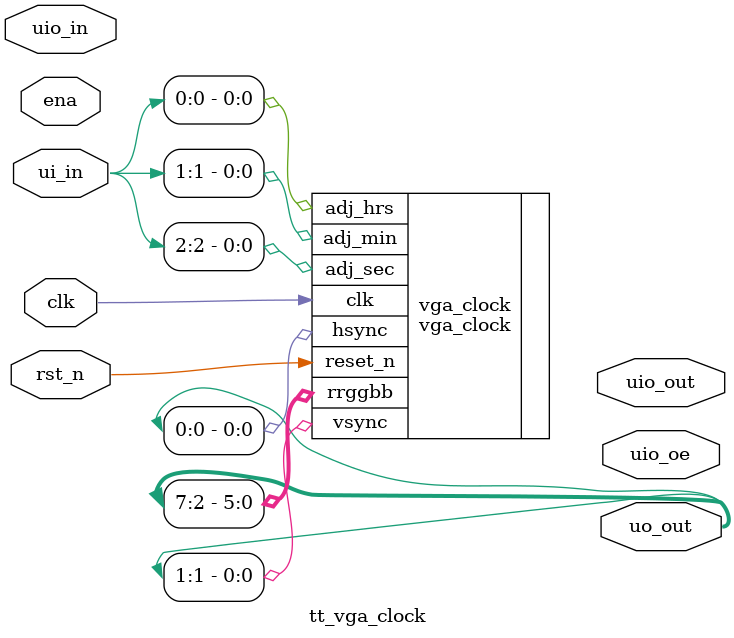
<source format=v>
`default_nettype none
module tt_vga_clock (
    input  wire [7:0] ui_in,    // Dedicated inputs
    output wire [7:0] uo_out,   // Dedicated outputs
    input  wire [7:0] uio_in,   // IOs: Input path
    output wire [7:0] uio_out,  // IOs: Output path
    output wire [7:0] uio_oe,   // IOs: Enable path (active high: 0=input, 1=output)
    input  wire       ena,
    input  wire       clk,
    input  wire       rst_n
);

    vga_clock vga_clock (
    .clk        (clk), 
    .reset_n    (rst_n),
    // inputs
    .adj_hrs    (ui_in[0]),
    .adj_min    (ui_in[1]),
    .adj_sec    (ui_in[2]),
    // outputs
    .hsync      (uo_out[0]),
    .vsync      (uo_out[1]),
    .rrggbb     (uo_out[7:2])
    );

endmodule

</source>
